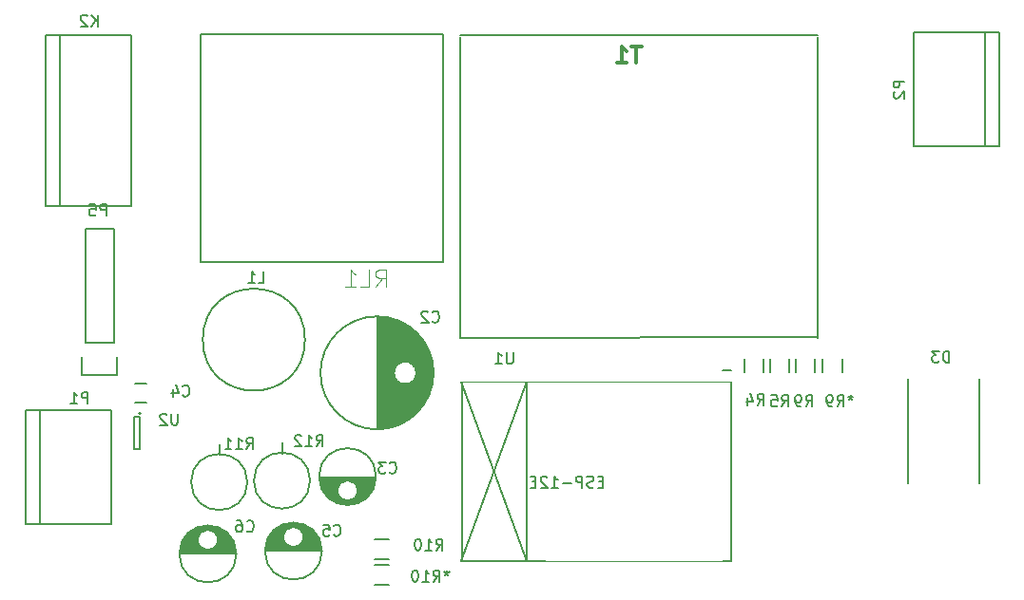
<source format=gbr>
G04 #@! TF.FileFunction,Legend,Bot*
%FSLAX46Y46*%
G04 Gerber Fmt 4.6, Leading zero omitted, Abs format (unit mm)*
G04 Created by KiCad (PCBNEW 4.0.4-stable) date 02/12/17 18:05:12*
%MOMM*%
%LPD*%
G01*
G04 APERTURE LIST*
%ADD10C,0.100000*%
%ADD11C,0.152400*%
%ADD12C,0.050000*%
%ADD13C,0.150000*%
%ADD14C,0.300000*%
G04 APERTURE END LIST*
D10*
D11*
X161036000Y-92329000D02*
X161036000Y-108331000D01*
X161036000Y-108331000D02*
X168529000Y-108331000D01*
X184277000Y-91313000D02*
X185039000Y-91313000D01*
X185039000Y-92329000D02*
X185039000Y-108331000D01*
X185039000Y-108331000D02*
X184277000Y-108331000D01*
X161018000Y-108337000D02*
X166818000Y-92337000D01*
X161018000Y-92337000D02*
X166818000Y-108337000D01*
X166818000Y-92337000D02*
X166818000Y-108337000D01*
D12*
X161018000Y-108345000D02*
X185018000Y-108345000D01*
X185018000Y-108337000D02*
X185018000Y-92337000D01*
X185018000Y-92337000D02*
X161018000Y-92337000D01*
X161018000Y-92337000D02*
X161018000Y-108337000D01*
D13*
X147080402Y-88607900D02*
G75*
G03X147080402Y-88607900I-4548302J0D01*
G01*
X158084000Y-61341000D02*
X137764000Y-61341000D01*
X137764000Y-61341000D02*
X137764000Y-81661000D01*
X137764000Y-81661000D02*
X159354000Y-81661000D01*
X159354000Y-81661000D02*
X159354000Y-61341000D01*
X159354000Y-61341000D02*
X158084000Y-61341000D01*
X194931000Y-91532000D02*
X194931000Y-90332000D01*
X193181000Y-90332000D02*
X193181000Y-91532000D01*
X154524000Y-108726000D02*
X153324000Y-108726000D01*
X153324000Y-110476000D02*
X154524000Y-110476000D01*
X131961000Y-92495000D02*
X132961000Y-92495000D01*
X132961000Y-94195000D02*
X131961000Y-94195000D01*
X207162000Y-101417000D02*
X207162000Y-92117000D01*
X200762000Y-92117000D02*
X200762000Y-101417000D01*
X123952000Y-76708000D02*
X131572000Y-76708000D01*
X123952000Y-61468000D02*
X131572000Y-61468000D01*
X125222000Y-76708000D02*
X125222000Y-61468000D01*
X131572000Y-76708000D02*
X131572000Y-61468000D01*
X123952000Y-76708000D02*
X123952000Y-61468000D01*
X123444000Y-94869000D02*
X123444000Y-105029000D01*
X122174000Y-94869000D02*
X129794000Y-94869000D01*
X129794000Y-94869000D02*
X129794000Y-105029000D01*
X129794000Y-105029000D02*
X122174000Y-105029000D01*
X122174000Y-105029000D02*
X122174000Y-94869000D01*
X207645000Y-71374000D02*
X207645000Y-61214000D01*
X208915000Y-71374000D02*
X201295000Y-71374000D01*
X201295000Y-71374000D02*
X201295000Y-61214000D01*
X201295000Y-61214000D02*
X208915000Y-61214000D01*
X208915000Y-61214000D02*
X208915000Y-71374000D01*
X127228000Y-90170000D02*
X127228000Y-91720000D01*
X127228000Y-91720000D02*
X130328000Y-91720000D01*
X130328000Y-91720000D02*
X130328000Y-90170000D01*
X130048000Y-88900000D02*
X130048000Y-78740000D01*
X130048000Y-78740000D02*
X127508000Y-78740000D01*
X127508000Y-78740000D02*
X127508000Y-88900000D01*
X130048000Y-88900000D02*
X127508000Y-88900000D01*
X187946000Y-91532000D02*
X187946000Y-90332000D01*
X186196000Y-90332000D02*
X186196000Y-91532000D01*
X190232000Y-91532000D02*
X190232000Y-90332000D01*
X188482000Y-90332000D02*
X188482000Y-91532000D01*
X192518000Y-91532000D02*
X192518000Y-90332000D01*
X190768000Y-90332000D02*
X190768000Y-91532000D01*
X153324000Y-108190000D02*
X154524000Y-108190000D01*
X154524000Y-106440000D02*
X153324000Y-106440000D01*
X139446000Y-98905060D02*
X139446000Y-97904300D01*
X141945360Y-101305360D02*
G75*
G03X141945360Y-101305360I-2499360J0D01*
G01*
X145034000Y-98778060D02*
X145034000Y-97777300D01*
X147533360Y-101178360D02*
G75*
G03X147533360Y-101178360I-2499360J0D01*
G01*
X132480000Y-95201000D02*
G75*
G03X132480000Y-95201000I-100000J0D01*
G01*
X131830000Y-95451000D02*
X132330000Y-95451000D01*
X131830000Y-98351000D02*
X131830000Y-95451000D01*
X132330000Y-98351000D02*
X131830000Y-98351000D01*
X132330000Y-95451000D02*
X132330000Y-98351000D01*
X192747000Y-61484000D02*
X160947000Y-61484000D01*
X160947000Y-88484000D02*
X192747000Y-88384000D01*
X160947000Y-61584000D02*
X160947000Y-88484000D01*
X192747000Y-61584000D02*
X192747000Y-88484000D01*
X153578000Y-96566000D02*
X153578000Y-86568000D01*
X153718000Y-96562000D02*
X153718000Y-86572000D01*
X153858000Y-96554000D02*
X153858000Y-86580000D01*
X153998000Y-96542000D02*
X153998000Y-86592000D01*
X154138000Y-96527000D02*
X154138000Y-86607000D01*
X154278000Y-96507000D02*
X154278000Y-86627000D01*
X154418000Y-96483000D02*
X154418000Y-86651000D01*
X154558000Y-96454000D02*
X154558000Y-86680000D01*
X154698000Y-96422000D02*
X154698000Y-86712000D01*
X154838000Y-96385000D02*
X154838000Y-86749000D01*
X154978000Y-96344000D02*
X154978000Y-86790000D01*
X155118000Y-96299000D02*
X155118000Y-92033000D01*
X155118000Y-91101000D02*
X155118000Y-86835000D01*
X155258000Y-96249000D02*
X155258000Y-92234000D01*
X155258000Y-90900000D02*
X155258000Y-86885000D01*
X155398000Y-96194000D02*
X155398000Y-92363000D01*
X155398000Y-90771000D02*
X155398000Y-86940000D01*
X155538000Y-96134000D02*
X155538000Y-92452000D01*
X155538000Y-90682000D02*
X155538000Y-87000000D01*
X155678000Y-96069000D02*
X155678000Y-92513000D01*
X155678000Y-90621000D02*
X155678000Y-87065000D01*
X155818000Y-95999000D02*
X155818000Y-92550000D01*
X155818000Y-90584000D02*
X155818000Y-87135000D01*
X155958000Y-95923000D02*
X155958000Y-92566000D01*
X155958000Y-90568000D02*
X155958000Y-87211000D01*
X156098000Y-95841000D02*
X156098000Y-92562000D01*
X156098000Y-90572000D02*
X156098000Y-87293000D01*
X156238000Y-95753000D02*
X156238000Y-92539000D01*
X156238000Y-90595000D02*
X156238000Y-87381000D01*
X156378000Y-95658000D02*
X156378000Y-92494000D01*
X156378000Y-90640000D02*
X156378000Y-87476000D01*
X156518000Y-95556000D02*
X156518000Y-92424000D01*
X156518000Y-90710000D02*
X156518000Y-87578000D01*
X156658000Y-95446000D02*
X156658000Y-92323000D01*
X156658000Y-90811000D02*
X156658000Y-87688000D01*
X156798000Y-95328000D02*
X156798000Y-92174000D01*
X156798000Y-90960000D02*
X156798000Y-87806000D01*
X156938000Y-95200000D02*
X156938000Y-91922000D01*
X156938000Y-91212000D02*
X156938000Y-87934000D01*
X157078000Y-95063000D02*
X157078000Y-88071000D01*
X157218000Y-94913000D02*
X157218000Y-88221000D01*
X157358000Y-94751000D02*
X157358000Y-88383000D01*
X157498000Y-94574000D02*
X157498000Y-88560000D01*
X157638000Y-94378000D02*
X157638000Y-88756000D01*
X157778000Y-94160000D02*
X157778000Y-88974000D01*
X157918000Y-93914000D02*
X157918000Y-89220000D01*
X158058000Y-93629000D02*
X158058000Y-89505000D01*
X158198000Y-93287000D02*
X158198000Y-89847000D01*
X158338000Y-92841000D02*
X158338000Y-90293000D01*
X158478000Y-92066000D02*
X158478000Y-91068000D01*
X157003000Y-91567000D02*
G75*
G03X157003000Y-91567000I-1000000J0D01*
G01*
X158540500Y-91567000D02*
G75*
G03X158540500Y-91567000I-5037500J0D01*
G01*
X148377000Y-100893000D02*
X153375000Y-100893000D01*
X148385000Y-101033000D02*
X153367000Y-101033000D01*
X148401000Y-101173000D02*
X150781000Y-101173000D01*
X150971000Y-101173000D02*
X153351000Y-101173000D01*
X148425000Y-101313000D02*
X150386000Y-101313000D01*
X151366000Y-101313000D02*
X153327000Y-101313000D01*
X148458000Y-101453000D02*
X150219000Y-101453000D01*
X151533000Y-101453000D02*
X153294000Y-101453000D01*
X148499000Y-101593000D02*
X150112000Y-101593000D01*
X151640000Y-101593000D02*
X153253000Y-101593000D01*
X148549000Y-101733000D02*
X150041000Y-101733000D01*
X151711000Y-101733000D02*
X153203000Y-101733000D01*
X148610000Y-101873000D02*
X149997000Y-101873000D01*
X151755000Y-101873000D02*
X153142000Y-101873000D01*
X148680000Y-102013000D02*
X149978000Y-102013000D01*
X151774000Y-102013000D02*
X153072000Y-102013000D01*
X148762000Y-102153000D02*
X149980000Y-102153000D01*
X151772000Y-102153000D02*
X152990000Y-102153000D01*
X148857000Y-102293000D02*
X150005000Y-102293000D01*
X151747000Y-102293000D02*
X152895000Y-102293000D01*
X148968000Y-102433000D02*
X150053000Y-102433000D01*
X151699000Y-102433000D02*
X152784000Y-102433000D01*
X149096000Y-102573000D02*
X150131000Y-102573000D01*
X151621000Y-102573000D02*
X152656000Y-102573000D01*
X149245000Y-102713000D02*
X150248000Y-102713000D01*
X151504000Y-102713000D02*
X152507000Y-102713000D01*
X149424000Y-102853000D02*
X150436000Y-102853000D01*
X151316000Y-102853000D02*
X152328000Y-102853000D01*
X149643000Y-102993000D02*
X152109000Y-102993000D01*
X149932000Y-103133000D02*
X151820000Y-103133000D01*
X150404000Y-103273000D02*
X151348000Y-103273000D01*
X151776000Y-102068000D02*
G75*
G03X151776000Y-102068000I-900000J0D01*
G01*
X153413500Y-100818000D02*
G75*
G03X153413500Y-100818000I-2537500J0D01*
G01*
X148549000Y-107387000D02*
X143551000Y-107387000D01*
X148541000Y-107247000D02*
X143559000Y-107247000D01*
X148525000Y-107107000D02*
X146145000Y-107107000D01*
X145955000Y-107107000D02*
X143575000Y-107107000D01*
X148501000Y-106967000D02*
X146540000Y-106967000D01*
X145560000Y-106967000D02*
X143599000Y-106967000D01*
X148468000Y-106827000D02*
X146707000Y-106827000D01*
X145393000Y-106827000D02*
X143632000Y-106827000D01*
X148427000Y-106687000D02*
X146814000Y-106687000D01*
X145286000Y-106687000D02*
X143673000Y-106687000D01*
X148377000Y-106547000D02*
X146885000Y-106547000D01*
X145215000Y-106547000D02*
X143723000Y-106547000D01*
X148316000Y-106407000D02*
X146929000Y-106407000D01*
X145171000Y-106407000D02*
X143784000Y-106407000D01*
X148246000Y-106267000D02*
X146948000Y-106267000D01*
X145152000Y-106267000D02*
X143854000Y-106267000D01*
X148164000Y-106127000D02*
X146946000Y-106127000D01*
X145154000Y-106127000D02*
X143936000Y-106127000D01*
X148069000Y-105987000D02*
X146921000Y-105987000D01*
X145179000Y-105987000D02*
X144031000Y-105987000D01*
X147958000Y-105847000D02*
X146873000Y-105847000D01*
X145227000Y-105847000D02*
X144142000Y-105847000D01*
X147830000Y-105707000D02*
X146795000Y-105707000D01*
X145305000Y-105707000D02*
X144270000Y-105707000D01*
X147681000Y-105567000D02*
X146678000Y-105567000D01*
X145422000Y-105567000D02*
X144419000Y-105567000D01*
X147502000Y-105427000D02*
X146490000Y-105427000D01*
X145610000Y-105427000D02*
X144598000Y-105427000D01*
X147283000Y-105287000D02*
X144817000Y-105287000D01*
X146994000Y-105147000D02*
X145106000Y-105147000D01*
X146522000Y-105007000D02*
X145578000Y-105007000D01*
X146950000Y-106212000D02*
G75*
G03X146950000Y-106212000I-900000J0D01*
G01*
X148587500Y-107462000D02*
G75*
G03X148587500Y-107462000I-2537500J0D01*
G01*
X140929000Y-107641000D02*
X135931000Y-107641000D01*
X140921000Y-107501000D02*
X135939000Y-107501000D01*
X140905000Y-107361000D02*
X138525000Y-107361000D01*
X138335000Y-107361000D02*
X135955000Y-107361000D01*
X140881000Y-107221000D02*
X138920000Y-107221000D01*
X137940000Y-107221000D02*
X135979000Y-107221000D01*
X140848000Y-107081000D02*
X139087000Y-107081000D01*
X137773000Y-107081000D02*
X136012000Y-107081000D01*
X140807000Y-106941000D02*
X139194000Y-106941000D01*
X137666000Y-106941000D02*
X136053000Y-106941000D01*
X140757000Y-106801000D02*
X139265000Y-106801000D01*
X137595000Y-106801000D02*
X136103000Y-106801000D01*
X140696000Y-106661000D02*
X139309000Y-106661000D01*
X137551000Y-106661000D02*
X136164000Y-106661000D01*
X140626000Y-106521000D02*
X139328000Y-106521000D01*
X137532000Y-106521000D02*
X136234000Y-106521000D01*
X140544000Y-106381000D02*
X139326000Y-106381000D01*
X137534000Y-106381000D02*
X136316000Y-106381000D01*
X140449000Y-106241000D02*
X139301000Y-106241000D01*
X137559000Y-106241000D02*
X136411000Y-106241000D01*
X140338000Y-106101000D02*
X139253000Y-106101000D01*
X137607000Y-106101000D02*
X136522000Y-106101000D01*
X140210000Y-105961000D02*
X139175000Y-105961000D01*
X137685000Y-105961000D02*
X136650000Y-105961000D01*
X140061000Y-105821000D02*
X139058000Y-105821000D01*
X137802000Y-105821000D02*
X136799000Y-105821000D01*
X139882000Y-105681000D02*
X138870000Y-105681000D01*
X137990000Y-105681000D02*
X136978000Y-105681000D01*
X139663000Y-105541000D02*
X137197000Y-105541000D01*
X139374000Y-105401000D02*
X137486000Y-105401000D01*
X138902000Y-105261000D02*
X137958000Y-105261000D01*
X139330000Y-106466000D02*
G75*
G03X139330000Y-106466000I-900000J0D01*
G01*
X140967500Y-107716000D02*
G75*
G03X140967500Y-107716000I-2537500J0D01*
G01*
X165607905Y-89749381D02*
X165607905Y-90558905D01*
X165560286Y-90654143D01*
X165512667Y-90701762D01*
X165417429Y-90749381D01*
X165226952Y-90749381D01*
X165131714Y-90701762D01*
X165084095Y-90654143D01*
X165036476Y-90558905D01*
X165036476Y-89749381D01*
X164036476Y-90749381D02*
X164607905Y-90749381D01*
X164322191Y-90749381D02*
X164322191Y-89749381D01*
X164417429Y-89892238D01*
X164512667Y-89987476D01*
X164607905Y-90035095D01*
X173632286Y-101273571D02*
X173298952Y-101273571D01*
X173156095Y-101797381D02*
X173632286Y-101797381D01*
X173632286Y-100797381D01*
X173156095Y-100797381D01*
X172775143Y-101749762D02*
X172632286Y-101797381D01*
X172394190Y-101797381D01*
X172298952Y-101749762D01*
X172251333Y-101702143D01*
X172203714Y-101606905D01*
X172203714Y-101511667D01*
X172251333Y-101416429D01*
X172298952Y-101368810D01*
X172394190Y-101321190D01*
X172584667Y-101273571D01*
X172679905Y-101225952D01*
X172727524Y-101178333D01*
X172775143Y-101083095D01*
X172775143Y-100987857D01*
X172727524Y-100892619D01*
X172679905Y-100845000D01*
X172584667Y-100797381D01*
X172346571Y-100797381D01*
X172203714Y-100845000D01*
X171775143Y-101797381D02*
X171775143Y-100797381D01*
X171394190Y-100797381D01*
X171298952Y-100845000D01*
X171251333Y-100892619D01*
X171203714Y-100987857D01*
X171203714Y-101130714D01*
X171251333Y-101225952D01*
X171298952Y-101273571D01*
X171394190Y-101321190D01*
X171775143Y-101321190D01*
X170775143Y-101416429D02*
X170013238Y-101416429D01*
X169013238Y-101797381D02*
X169584667Y-101797381D01*
X169298953Y-101797381D02*
X169298953Y-100797381D01*
X169394191Y-100940238D01*
X169489429Y-101035476D01*
X169584667Y-101083095D01*
X168632286Y-100892619D02*
X168584667Y-100845000D01*
X168489429Y-100797381D01*
X168251333Y-100797381D01*
X168156095Y-100845000D01*
X168108476Y-100892619D01*
X168060857Y-100987857D01*
X168060857Y-101083095D01*
X168108476Y-101225952D01*
X168679905Y-101797381D01*
X168060857Y-101797381D01*
X167632286Y-101273571D02*
X167298952Y-101273571D01*
X167156095Y-101797381D02*
X167632286Y-101797381D01*
X167632286Y-100797381D01*
X167156095Y-100797381D01*
X142914666Y-83510381D02*
X143390857Y-83510381D01*
X143390857Y-82510381D01*
X142057523Y-83510381D02*
X142628952Y-83510381D01*
X142343238Y-83510381D02*
X142343238Y-82510381D01*
X142438476Y-82653238D01*
X142533714Y-82748476D01*
X142628952Y-82796095D01*
D10*
X153407000Y-83881667D02*
X153920334Y-83148333D01*
X154287000Y-83881667D02*
X154287000Y-82341667D01*
X153700334Y-82341667D01*
X153553667Y-82415000D01*
X153480334Y-82488333D01*
X153407000Y-82635000D01*
X153407000Y-82855000D01*
X153480334Y-83001667D01*
X153553667Y-83075000D01*
X153700334Y-83148333D01*
X154287000Y-83148333D01*
X152013667Y-83881667D02*
X152747000Y-83881667D01*
X152747000Y-82341667D01*
X150693667Y-83881667D02*
X151573667Y-83881667D01*
X151133667Y-83881667D02*
X151133667Y-82341667D01*
X151280333Y-82561667D01*
X151427000Y-82708333D01*
X151573667Y-82781667D01*
D13*
X195667191Y-93559381D02*
X195667191Y-93797476D01*
X195905286Y-93702238D02*
X195667191Y-93797476D01*
X195429095Y-93702238D01*
X195810048Y-93987952D02*
X195667191Y-93797476D01*
X195524333Y-93987952D01*
X194476714Y-94559381D02*
X194810048Y-94083190D01*
X195048143Y-94559381D02*
X195048143Y-93559381D01*
X194667190Y-93559381D01*
X194571952Y-93607000D01*
X194524333Y-93654619D01*
X194476714Y-93749857D01*
X194476714Y-93892714D01*
X194524333Y-93987952D01*
X194571952Y-94035571D01*
X194667190Y-94083190D01*
X195048143Y-94083190D01*
X194000524Y-94559381D02*
X193810048Y-94559381D01*
X193714809Y-94511762D01*
X193667190Y-94464143D01*
X193571952Y-94321286D01*
X193524333Y-94130810D01*
X193524333Y-93749857D01*
X193571952Y-93654619D01*
X193619571Y-93607000D01*
X193714809Y-93559381D01*
X193905286Y-93559381D01*
X194000524Y-93607000D01*
X194048143Y-93654619D01*
X194095762Y-93749857D01*
X194095762Y-93987952D01*
X194048143Y-94083190D01*
X194000524Y-94130810D01*
X193905286Y-94178429D01*
X193714809Y-94178429D01*
X193619571Y-94130810D01*
X193571952Y-94083190D01*
X193524333Y-93987952D01*
X159694381Y-109180381D02*
X159694381Y-109418476D01*
X159932476Y-109323238D02*
X159694381Y-109418476D01*
X159456285Y-109323238D01*
X159837238Y-109608952D02*
X159694381Y-109418476D01*
X159551523Y-109608952D01*
X158503904Y-110180381D02*
X158837238Y-109704190D01*
X159075333Y-110180381D02*
X159075333Y-109180381D01*
X158694380Y-109180381D01*
X158599142Y-109228000D01*
X158551523Y-109275619D01*
X158503904Y-109370857D01*
X158503904Y-109513714D01*
X158551523Y-109608952D01*
X158599142Y-109656571D01*
X158694380Y-109704190D01*
X159075333Y-109704190D01*
X157551523Y-110180381D02*
X158122952Y-110180381D01*
X157837238Y-110180381D02*
X157837238Y-109180381D01*
X157932476Y-109323238D01*
X158027714Y-109418476D01*
X158122952Y-109466095D01*
X156932476Y-109180381D02*
X156837237Y-109180381D01*
X156741999Y-109228000D01*
X156694380Y-109275619D01*
X156646761Y-109370857D01*
X156599142Y-109561333D01*
X156599142Y-109799429D01*
X156646761Y-109989905D01*
X156694380Y-110085143D01*
X156741999Y-110132762D01*
X156837237Y-110180381D01*
X156932476Y-110180381D01*
X157027714Y-110132762D01*
X157075333Y-110085143D01*
X157122952Y-109989905D01*
X157170571Y-109799429D01*
X157170571Y-109561333D01*
X157122952Y-109370857D01*
X157075333Y-109275619D01*
X157027714Y-109228000D01*
X156932476Y-109180381D01*
X136183666Y-93575143D02*
X136231285Y-93622762D01*
X136374142Y-93670381D01*
X136469380Y-93670381D01*
X136612238Y-93622762D01*
X136707476Y-93527524D01*
X136755095Y-93432286D01*
X136802714Y-93241810D01*
X136802714Y-93098952D01*
X136755095Y-92908476D01*
X136707476Y-92813238D01*
X136612238Y-92718000D01*
X136469380Y-92670381D01*
X136374142Y-92670381D01*
X136231285Y-92718000D01*
X136183666Y-92765619D01*
X135326523Y-93003714D02*
X135326523Y-93670381D01*
X135564619Y-92622762D02*
X135802714Y-93337048D01*
X135183666Y-93337048D01*
X204446095Y-90622381D02*
X204446095Y-89622381D01*
X204208000Y-89622381D01*
X204065142Y-89670000D01*
X203969904Y-89765238D01*
X203922285Y-89860476D01*
X203874666Y-90050952D01*
X203874666Y-90193810D01*
X203922285Y-90384286D01*
X203969904Y-90479524D01*
X204065142Y-90574762D01*
X204208000Y-90622381D01*
X204446095Y-90622381D01*
X203541333Y-89622381D02*
X202922285Y-89622381D01*
X203255619Y-90003333D01*
X203112761Y-90003333D01*
X203017523Y-90050952D01*
X202969904Y-90098571D01*
X202922285Y-90193810D01*
X202922285Y-90431905D01*
X202969904Y-90527143D01*
X203017523Y-90574762D01*
X203112761Y-90622381D01*
X203398476Y-90622381D01*
X203493714Y-90574762D01*
X203541333Y-90527143D01*
X128627095Y-60650381D02*
X128627095Y-59650381D01*
X128055666Y-60650381D02*
X128484238Y-60078952D01*
X128055666Y-59650381D02*
X128627095Y-60221810D01*
X127674714Y-59745619D02*
X127627095Y-59698000D01*
X127531857Y-59650381D01*
X127293761Y-59650381D01*
X127198523Y-59698000D01*
X127150904Y-59745619D01*
X127103285Y-59840857D01*
X127103285Y-59936095D01*
X127150904Y-60078952D01*
X127722333Y-60650381D01*
X127103285Y-60650381D01*
X127738095Y-94305381D02*
X127738095Y-93305381D01*
X127357142Y-93305381D01*
X127261904Y-93353000D01*
X127214285Y-93400619D01*
X127166666Y-93495857D01*
X127166666Y-93638714D01*
X127214285Y-93733952D01*
X127261904Y-93781571D01*
X127357142Y-93829190D01*
X127738095Y-93829190D01*
X126214285Y-94305381D02*
X126785714Y-94305381D01*
X126500000Y-94305381D02*
X126500000Y-93305381D01*
X126595238Y-93448238D01*
X126690476Y-93543476D01*
X126785714Y-93591095D01*
X200477381Y-65555905D02*
X199477381Y-65555905D01*
X199477381Y-65936858D01*
X199525000Y-66032096D01*
X199572619Y-66079715D01*
X199667857Y-66127334D01*
X199810714Y-66127334D01*
X199905952Y-66079715D01*
X199953571Y-66032096D01*
X200001190Y-65936858D01*
X200001190Y-65555905D01*
X199572619Y-66508286D02*
X199525000Y-66555905D01*
X199477381Y-66651143D01*
X199477381Y-66889239D01*
X199525000Y-66984477D01*
X199572619Y-67032096D01*
X199667857Y-67079715D01*
X199763095Y-67079715D01*
X199905952Y-67032096D01*
X200477381Y-66460667D01*
X200477381Y-67079715D01*
X129389095Y-77541381D02*
X129389095Y-76541381D01*
X129008142Y-76541381D01*
X128912904Y-76589000D01*
X128865285Y-76636619D01*
X128817666Y-76731857D01*
X128817666Y-76874714D01*
X128865285Y-76969952D01*
X128912904Y-77017571D01*
X129008142Y-77065190D01*
X129389095Y-77065190D01*
X127912904Y-76541381D02*
X128389095Y-76541381D01*
X128436714Y-77017571D01*
X128389095Y-76969952D01*
X128293857Y-76922333D01*
X128055761Y-76922333D01*
X127960523Y-76969952D01*
X127912904Y-77017571D01*
X127865285Y-77112810D01*
X127865285Y-77350905D01*
X127912904Y-77446143D01*
X127960523Y-77493762D01*
X128055761Y-77541381D01*
X128293857Y-77541381D01*
X128389095Y-77493762D01*
X128436714Y-77446143D01*
X187364666Y-94432381D02*
X187698000Y-93956190D01*
X187936095Y-94432381D02*
X187936095Y-93432381D01*
X187555142Y-93432381D01*
X187459904Y-93480000D01*
X187412285Y-93527619D01*
X187364666Y-93622857D01*
X187364666Y-93765714D01*
X187412285Y-93860952D01*
X187459904Y-93908571D01*
X187555142Y-93956190D01*
X187936095Y-93956190D01*
X186507523Y-93765714D02*
X186507523Y-94432381D01*
X186745619Y-93384762D02*
X186983714Y-94099048D01*
X186364666Y-94099048D01*
X189523666Y-94559381D02*
X189857000Y-94083190D01*
X190095095Y-94559381D02*
X190095095Y-93559381D01*
X189714142Y-93559381D01*
X189618904Y-93607000D01*
X189571285Y-93654619D01*
X189523666Y-93749857D01*
X189523666Y-93892714D01*
X189571285Y-93987952D01*
X189618904Y-94035571D01*
X189714142Y-94083190D01*
X190095095Y-94083190D01*
X188618904Y-93559381D02*
X189095095Y-93559381D01*
X189142714Y-94035571D01*
X189095095Y-93987952D01*
X188999857Y-93940333D01*
X188761761Y-93940333D01*
X188666523Y-93987952D01*
X188618904Y-94035571D01*
X188571285Y-94130810D01*
X188571285Y-94368905D01*
X188618904Y-94464143D01*
X188666523Y-94511762D01*
X188761761Y-94559381D01*
X188999857Y-94559381D01*
X189095095Y-94511762D01*
X189142714Y-94464143D01*
X191682666Y-94559381D02*
X192016000Y-94083190D01*
X192254095Y-94559381D02*
X192254095Y-93559381D01*
X191873142Y-93559381D01*
X191777904Y-93607000D01*
X191730285Y-93654619D01*
X191682666Y-93749857D01*
X191682666Y-93892714D01*
X191730285Y-93987952D01*
X191777904Y-94035571D01*
X191873142Y-94083190D01*
X192254095Y-94083190D01*
X191206476Y-94559381D02*
X191016000Y-94559381D01*
X190920761Y-94511762D01*
X190873142Y-94464143D01*
X190777904Y-94321286D01*
X190730285Y-94130810D01*
X190730285Y-93749857D01*
X190777904Y-93654619D01*
X190825523Y-93607000D01*
X190920761Y-93559381D01*
X191111238Y-93559381D01*
X191206476Y-93607000D01*
X191254095Y-93654619D01*
X191301714Y-93749857D01*
X191301714Y-93987952D01*
X191254095Y-94083190D01*
X191206476Y-94130810D01*
X191111238Y-94178429D01*
X190920761Y-94178429D01*
X190825523Y-94130810D01*
X190777904Y-94083190D01*
X190730285Y-93987952D01*
X158757857Y-107386381D02*
X159091191Y-106910190D01*
X159329286Y-107386381D02*
X159329286Y-106386381D01*
X158948333Y-106386381D01*
X158853095Y-106434000D01*
X158805476Y-106481619D01*
X158757857Y-106576857D01*
X158757857Y-106719714D01*
X158805476Y-106814952D01*
X158853095Y-106862571D01*
X158948333Y-106910190D01*
X159329286Y-106910190D01*
X157805476Y-107386381D02*
X158376905Y-107386381D01*
X158091191Y-107386381D02*
X158091191Y-106386381D01*
X158186429Y-106529238D01*
X158281667Y-106624476D01*
X158376905Y-106672095D01*
X157186429Y-106386381D02*
X157091190Y-106386381D01*
X156995952Y-106434000D01*
X156948333Y-106481619D01*
X156900714Y-106576857D01*
X156853095Y-106767333D01*
X156853095Y-107005429D01*
X156900714Y-107195905D01*
X156948333Y-107291143D01*
X156995952Y-107338762D01*
X157091190Y-107386381D01*
X157186429Y-107386381D01*
X157281667Y-107338762D01*
X157329286Y-107291143D01*
X157376905Y-107195905D01*
X157424524Y-107005429D01*
X157424524Y-106767333D01*
X157376905Y-106576857D01*
X157329286Y-106481619D01*
X157281667Y-106434000D01*
X157186429Y-106386381D01*
X141866857Y-98369381D02*
X142200191Y-97893190D01*
X142438286Y-98369381D02*
X142438286Y-97369381D01*
X142057333Y-97369381D01*
X141962095Y-97417000D01*
X141914476Y-97464619D01*
X141866857Y-97559857D01*
X141866857Y-97702714D01*
X141914476Y-97797952D01*
X141962095Y-97845571D01*
X142057333Y-97893190D01*
X142438286Y-97893190D01*
X140914476Y-98369381D02*
X141485905Y-98369381D01*
X141200191Y-98369381D02*
X141200191Y-97369381D01*
X141295429Y-97512238D01*
X141390667Y-97607476D01*
X141485905Y-97655095D01*
X139962095Y-98369381D02*
X140533524Y-98369381D01*
X140247810Y-98369381D02*
X140247810Y-97369381D01*
X140343048Y-97512238D01*
X140438286Y-97607476D01*
X140533524Y-97655095D01*
X148089857Y-98115381D02*
X148423191Y-97639190D01*
X148661286Y-98115381D02*
X148661286Y-97115381D01*
X148280333Y-97115381D01*
X148185095Y-97163000D01*
X148137476Y-97210619D01*
X148089857Y-97305857D01*
X148089857Y-97448714D01*
X148137476Y-97543952D01*
X148185095Y-97591571D01*
X148280333Y-97639190D01*
X148661286Y-97639190D01*
X147137476Y-98115381D02*
X147708905Y-98115381D01*
X147423191Y-98115381D02*
X147423191Y-97115381D01*
X147518429Y-97258238D01*
X147613667Y-97353476D01*
X147708905Y-97401095D01*
X146756524Y-97210619D02*
X146708905Y-97163000D01*
X146613667Y-97115381D01*
X146375571Y-97115381D01*
X146280333Y-97163000D01*
X146232714Y-97210619D01*
X146185095Y-97305857D01*
X146185095Y-97401095D01*
X146232714Y-97543952D01*
X146804143Y-98115381D01*
X146185095Y-98115381D01*
X135762905Y-95210381D02*
X135762905Y-96019905D01*
X135715286Y-96115143D01*
X135667667Y-96162762D01*
X135572429Y-96210381D01*
X135381952Y-96210381D01*
X135286714Y-96162762D01*
X135239095Y-96115143D01*
X135191476Y-96019905D01*
X135191476Y-95210381D01*
X134762905Y-95305619D02*
X134715286Y-95258000D01*
X134620048Y-95210381D01*
X134381952Y-95210381D01*
X134286714Y-95258000D01*
X134239095Y-95305619D01*
X134191476Y-95400857D01*
X134191476Y-95496095D01*
X134239095Y-95638952D01*
X134810524Y-96210381D01*
X134191476Y-96210381D01*
D14*
X177037857Y-62424571D02*
X176180714Y-62424571D01*
X176609285Y-63924571D02*
X176609285Y-62424571D01*
X174895000Y-63924571D02*
X175752143Y-63924571D01*
X175323571Y-63924571D02*
X175323571Y-62424571D01*
X175466428Y-62638857D01*
X175609286Y-62781714D01*
X175752143Y-62853143D01*
D13*
X158408666Y-86971143D02*
X158456285Y-87018762D01*
X158599142Y-87066381D01*
X158694380Y-87066381D01*
X158837238Y-87018762D01*
X158932476Y-86923524D01*
X158980095Y-86828286D01*
X159027714Y-86637810D01*
X159027714Y-86494952D01*
X158980095Y-86304476D01*
X158932476Y-86209238D01*
X158837238Y-86114000D01*
X158694380Y-86066381D01*
X158599142Y-86066381D01*
X158456285Y-86114000D01*
X158408666Y-86161619D01*
X158027714Y-86161619D02*
X157980095Y-86114000D01*
X157884857Y-86066381D01*
X157646761Y-86066381D01*
X157551523Y-86114000D01*
X157503904Y-86161619D01*
X157456285Y-86256857D01*
X157456285Y-86352095D01*
X157503904Y-86494952D01*
X158075333Y-87066381D01*
X157456285Y-87066381D01*
X154598666Y-100433143D02*
X154646285Y-100480762D01*
X154789142Y-100528381D01*
X154884380Y-100528381D01*
X155027238Y-100480762D01*
X155122476Y-100385524D01*
X155170095Y-100290286D01*
X155217714Y-100099810D01*
X155217714Y-99956952D01*
X155170095Y-99766476D01*
X155122476Y-99671238D01*
X155027238Y-99576000D01*
X154884380Y-99528381D01*
X154789142Y-99528381D01*
X154646285Y-99576000D01*
X154598666Y-99623619D01*
X154265333Y-99528381D02*
X153646285Y-99528381D01*
X153979619Y-99909333D01*
X153836761Y-99909333D01*
X153741523Y-99956952D01*
X153693904Y-100004571D01*
X153646285Y-100099810D01*
X153646285Y-100337905D01*
X153693904Y-100433143D01*
X153741523Y-100480762D01*
X153836761Y-100528381D01*
X154122476Y-100528381D01*
X154217714Y-100480762D01*
X154265333Y-100433143D01*
X149645666Y-106021143D02*
X149693285Y-106068762D01*
X149836142Y-106116381D01*
X149931380Y-106116381D01*
X150074238Y-106068762D01*
X150169476Y-105973524D01*
X150217095Y-105878286D01*
X150264714Y-105687810D01*
X150264714Y-105544952D01*
X150217095Y-105354476D01*
X150169476Y-105259238D01*
X150074238Y-105164000D01*
X149931380Y-105116381D01*
X149836142Y-105116381D01*
X149693285Y-105164000D01*
X149645666Y-105211619D01*
X148740904Y-105116381D02*
X149217095Y-105116381D01*
X149264714Y-105592571D01*
X149217095Y-105544952D01*
X149121857Y-105497333D01*
X148883761Y-105497333D01*
X148788523Y-105544952D01*
X148740904Y-105592571D01*
X148693285Y-105687810D01*
X148693285Y-105925905D01*
X148740904Y-106021143D01*
X148788523Y-106068762D01*
X148883761Y-106116381D01*
X149121857Y-106116381D01*
X149217095Y-106068762D01*
X149264714Y-106021143D01*
X141898666Y-105640143D02*
X141946285Y-105687762D01*
X142089142Y-105735381D01*
X142184380Y-105735381D01*
X142327238Y-105687762D01*
X142422476Y-105592524D01*
X142470095Y-105497286D01*
X142517714Y-105306810D01*
X142517714Y-105163952D01*
X142470095Y-104973476D01*
X142422476Y-104878238D01*
X142327238Y-104783000D01*
X142184380Y-104735381D01*
X142089142Y-104735381D01*
X141946285Y-104783000D01*
X141898666Y-104830619D01*
X141041523Y-104735381D02*
X141232000Y-104735381D01*
X141327238Y-104783000D01*
X141374857Y-104830619D01*
X141470095Y-104973476D01*
X141517714Y-105163952D01*
X141517714Y-105544905D01*
X141470095Y-105640143D01*
X141422476Y-105687762D01*
X141327238Y-105735381D01*
X141136761Y-105735381D01*
X141041523Y-105687762D01*
X140993904Y-105640143D01*
X140946285Y-105544905D01*
X140946285Y-105306810D01*
X140993904Y-105211571D01*
X141041523Y-105163952D01*
X141136761Y-105116333D01*
X141327238Y-105116333D01*
X141422476Y-105163952D01*
X141470095Y-105211571D01*
X141517714Y-105306810D01*
M02*

</source>
